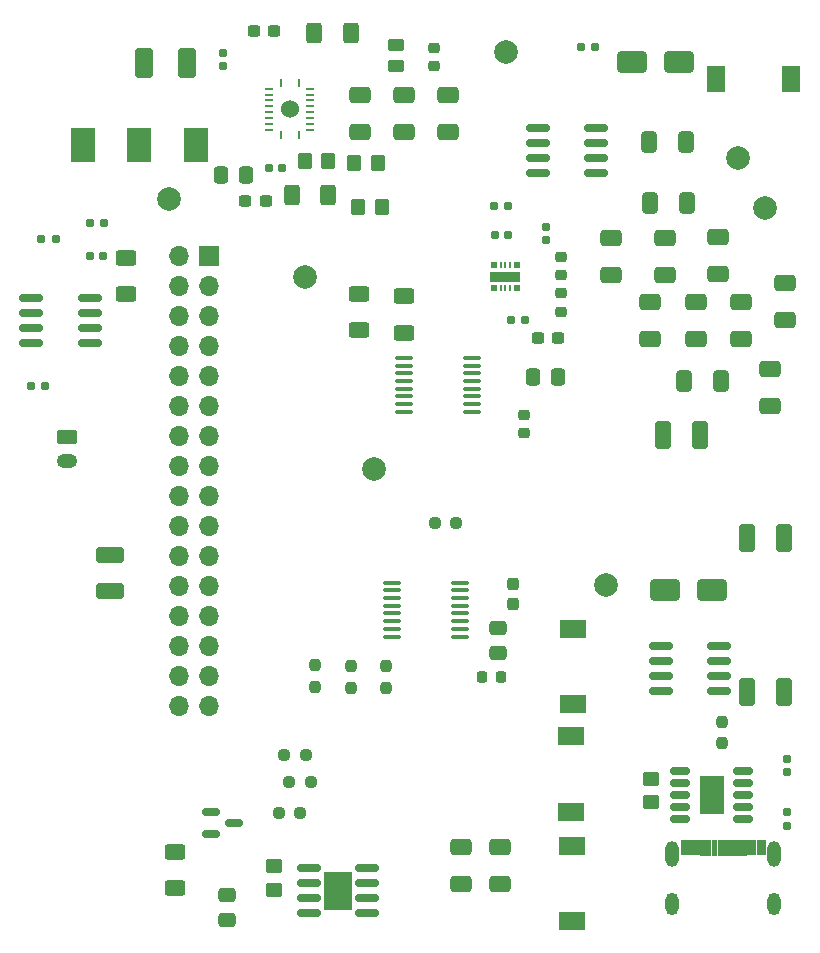
<source format=gbr>
%TF.GenerationSoftware,KiCad,Pcbnew,9.0.0*%
%TF.CreationDate,2025-05-16T05:55:15+02:00*%
%TF.ProjectId,EEE3088F Micromouse Design,45454533-3038-4384-9620-4d6963726f6d,rev?*%
%TF.SameCoordinates,Original*%
%TF.FileFunction,Soldermask,Top*%
%TF.FilePolarity,Negative*%
%FSLAX46Y46*%
G04 Gerber Fmt 4.6, Leading zero omitted, Abs format (unit mm)*
G04 Created by KiCad (PCBNEW 9.0.0) date 2025-05-16 05:55:15*
%MOMM*%
%LPD*%
G01*
G04 APERTURE LIST*
G04 Aperture macros list*
%AMRoundRect*
0 Rectangle with rounded corners*
0 $1 Rounding radius*
0 $2 $3 $4 $5 $6 $7 $8 $9 X,Y pos of 4 corners*
0 Add a 4 corners polygon primitive as box body*
4,1,4,$2,$3,$4,$5,$6,$7,$8,$9,$2,$3,0*
0 Add four circle primitives for the rounded corners*
1,1,$1+$1,$2,$3*
1,1,$1+$1,$4,$5*
1,1,$1+$1,$6,$7*
1,1,$1+$1,$8,$9*
0 Add four rect primitives between the rounded corners*
20,1,$1+$1,$2,$3,$4,$5,0*
20,1,$1+$1,$4,$5,$6,$7,0*
20,1,$1+$1,$6,$7,$8,$9,0*
20,1,$1+$1,$8,$9,$2,$3,0*%
G04 Aperture macros list end*
%ADD10C,0.010000*%
%ADD11RoundRect,0.250000X0.475000X-0.337500X0.475000X0.337500X-0.475000X0.337500X-0.475000X-0.337500X0*%
%ADD12RoundRect,0.237500X0.237500X-0.250000X0.237500X0.250000X-0.237500X0.250000X-0.237500X-0.250000X0*%
%ADD13RoundRect,0.250000X-0.625000X0.400000X-0.625000X-0.400000X0.625000X-0.400000X0.625000X0.400000X0*%
%ADD14RoundRect,0.250000X-0.350000X-0.450000X0.350000X-0.450000X0.350000X0.450000X-0.350000X0.450000X0*%
%ADD15RoundRect,0.250000X0.650000X-0.412500X0.650000X0.412500X-0.650000X0.412500X-0.650000X-0.412500X0*%
%ADD16RoundRect,0.225000X0.250000X-0.225000X0.250000X0.225000X-0.250000X0.225000X-0.250000X-0.225000X0*%
%ADD17RoundRect,0.250000X-0.475000X0.337500X-0.475000X-0.337500X0.475000X-0.337500X0.475000X0.337500X0*%
%ADD18RoundRect,0.250000X-0.650000X0.412500X-0.650000X-0.412500X0.650000X-0.412500X0.650000X0.412500X0*%
%ADD19R,2.200000X1.500000*%
%ADD20RoundRect,0.160000X-0.197500X-0.160000X0.197500X-0.160000X0.197500X0.160000X-0.197500X0.160000X0*%
%ADD21RoundRect,0.100000X-0.637500X-0.100000X0.637500X-0.100000X0.637500X0.100000X-0.637500X0.100000X0*%
%ADD22RoundRect,0.250000X-0.625000X0.350000X-0.625000X-0.350000X0.625000X-0.350000X0.625000X0.350000X0*%
%ADD23O,1.750000X1.200000*%
%ADD24RoundRect,0.237500X0.300000X0.237500X-0.300000X0.237500X-0.300000X-0.237500X0.300000X-0.237500X0*%
%ADD25C,2.000000*%
%ADD26RoundRect,0.250000X0.625000X-0.400000X0.625000X0.400000X-0.625000X0.400000X-0.625000X-0.400000X0*%
%ADD27RoundRect,0.155000X-0.212500X-0.155000X0.212500X-0.155000X0.212500X0.155000X-0.212500X0.155000X0*%
%ADD28R,0.600000X0.600000*%
%ADD29R,0.190000X0.600000*%
%ADD30R,2.550000X0.950000*%
%ADD31R,1.500000X2.200000*%
%ADD32RoundRect,0.225000X-0.250000X0.225000X-0.250000X-0.225000X0.250000X-0.225000X0.250000X0.225000X0*%
%ADD33RoundRect,0.250000X-0.450000X0.350000X-0.450000X-0.350000X0.450000X-0.350000X0.450000X0.350000X0*%
%ADD34RoundRect,0.150000X-0.825000X-0.150000X0.825000X-0.150000X0.825000X0.150000X-0.825000X0.150000X0*%
%ADD35RoundRect,0.250000X0.412500X0.925000X-0.412500X0.925000X-0.412500X-0.925000X0.412500X-0.925000X0*%
%ADD36RoundRect,0.250000X1.000000X0.650000X-1.000000X0.650000X-1.000000X-0.650000X1.000000X-0.650000X0*%
%ADD37RoundRect,0.250000X-1.000000X-0.650000X1.000000X-0.650000X1.000000X0.650000X-1.000000X0.650000X0*%
%ADD38RoundRect,0.225000X0.225000X0.250000X-0.225000X0.250000X-0.225000X-0.250000X0.225000X-0.250000X0*%
%ADD39RoundRect,0.250000X-0.412500X-0.650000X0.412500X-0.650000X0.412500X0.650000X-0.412500X0.650000X0*%
%ADD40RoundRect,0.250000X0.450000X-0.262500X0.450000X0.262500X-0.450000X0.262500X-0.450000X-0.262500X0*%
%ADD41RoundRect,0.250001X-0.499999X-0.999999X0.499999X-0.999999X0.499999X0.999999X-0.499999X0.999999X0*%
%ADD42RoundRect,0.160000X0.160000X-0.197500X0.160000X0.197500X-0.160000X0.197500X-0.160000X-0.197500X0*%
%ADD43RoundRect,0.250000X-0.412500X-0.925000X0.412500X-0.925000X0.412500X0.925000X-0.412500X0.925000X0*%
%ADD44RoundRect,0.250000X0.337500X0.475000X-0.337500X0.475000X-0.337500X-0.475000X0.337500X-0.475000X0*%
%ADD45RoundRect,0.237500X-0.237500X0.250000X-0.237500X-0.250000X0.237500X-0.250000X0.237500X0.250000X0*%
%ADD46RoundRect,0.250000X0.400000X0.625000X-0.400000X0.625000X-0.400000X-0.625000X0.400000X-0.625000X0*%
%ADD47R,0.244000X0.700000*%
%ADD48R,0.700000X0.244000*%
%ADD49C,1.524000*%
%ADD50RoundRect,0.150000X-0.587500X-0.150000X0.587500X-0.150000X0.587500X0.150000X-0.587500X0.150000X0*%
%ADD51RoundRect,0.155000X0.212500X0.155000X-0.212500X0.155000X-0.212500X-0.155000X0.212500X-0.155000X0*%
%ADD52RoundRect,0.250000X-0.337500X-0.475000X0.337500X-0.475000X0.337500X0.475000X-0.337500X0.475000X0*%
%ADD53RoundRect,0.250000X0.350000X0.450000X-0.350000X0.450000X-0.350000X-0.450000X0.350000X-0.450000X0*%
%ADD54R,2.000000X3.000000*%
%ADD55RoundRect,0.237500X-0.250000X-0.237500X0.250000X-0.237500X0.250000X0.237500X-0.250000X0.237500X0*%
%ADD56RoundRect,0.237500X0.237500X-0.300000X0.237500X0.300000X-0.237500X0.300000X-0.237500X-0.300000X0*%
%ADD57R,2.410000X3.300000*%
%ADD58RoundRect,0.237500X0.250000X0.237500X-0.250000X0.237500X-0.250000X-0.237500X0.250000X-0.237500X0*%
%ADD59R,1.700000X1.700000*%
%ADD60O,1.700000X1.700000*%
%ADD61RoundRect,0.155000X0.155000X-0.212500X0.155000X0.212500X-0.155000X0.212500X-0.155000X-0.212500X0*%
%ADD62O,1.104000X2.204000*%
%ADD63O,1.104000X1.904000*%
%ADD64RoundRect,0.250000X-0.925000X0.412500X-0.925000X-0.412500X0.925000X-0.412500X0.925000X0.412500X0*%
%ADD65RoundRect,0.150000X0.687500X0.150000X-0.687500X0.150000X-0.687500X-0.150000X0.687500X-0.150000X0*%
%ADD66R,2.100000X3.300000*%
%ADD67RoundRect,0.155000X-0.155000X0.212500X-0.155000X-0.212500X0.155000X-0.212500X0.155000X0.212500X0*%
G04 APERTURE END LIST*
D10*
%TO.C,J3*%
X117456000Y-140794000D02*
X116756000Y-140794000D01*
X116756000Y-139604000D01*
X117456000Y-139604000D01*
X117456000Y-140794000D01*
G36*
X117456000Y-140794000D02*
G01*
X116756000Y-140794000D01*
X116756000Y-139604000D01*
X117456000Y-139604000D01*
X117456000Y-140794000D01*
G37*
X118256000Y-140794000D02*
X117556000Y-140794000D01*
X117556000Y-139604000D01*
X118256000Y-139604000D01*
X118256000Y-140794000D01*
G36*
X118256000Y-140794000D02*
G01*
X117556000Y-140794000D01*
X117556000Y-139604000D01*
X118256000Y-139604000D01*
X118256000Y-140794000D01*
G37*
X118756000Y-140844000D02*
X118356000Y-140844000D01*
X118356000Y-139604000D01*
X118756000Y-139604000D01*
X118756000Y-140844000D01*
G36*
X118756000Y-140844000D02*
G01*
X118356000Y-140844000D01*
X118356000Y-139604000D01*
X118756000Y-139604000D01*
X118756000Y-140844000D01*
G37*
X119256000Y-140844000D02*
X118856000Y-140844000D01*
X118856000Y-139604000D01*
X119256000Y-139604000D01*
X119256000Y-140844000D01*
G36*
X119256000Y-140844000D02*
G01*
X118856000Y-140844000D01*
X118856000Y-139604000D01*
X119256000Y-139604000D01*
X119256000Y-140844000D01*
G37*
X119756000Y-140844000D02*
X119356000Y-140844000D01*
X119356000Y-139604000D01*
X119756000Y-139604000D01*
X119756000Y-140844000D01*
G36*
X119756000Y-140844000D02*
G01*
X119356000Y-140844000D01*
X119356000Y-139604000D01*
X119756000Y-139604000D01*
X119756000Y-140844000D01*
G37*
X120256000Y-140844000D02*
X119856000Y-140844000D01*
X119856000Y-139604000D01*
X120256000Y-139604000D01*
X120256000Y-140844000D01*
G36*
X120256000Y-140844000D02*
G01*
X119856000Y-140844000D01*
X119856000Y-139604000D01*
X120256000Y-139604000D01*
X120256000Y-140844000D01*
G37*
X120756000Y-140844000D02*
X120356000Y-140844000D01*
X120356000Y-139604000D01*
X120756000Y-139604000D01*
X120756000Y-140844000D01*
G36*
X120756000Y-140844000D02*
G01*
X120356000Y-140844000D01*
X120356000Y-139604000D01*
X120756000Y-139604000D01*
X120756000Y-140844000D01*
G37*
X121256000Y-140844000D02*
X120856000Y-140844000D01*
X120856000Y-139604000D01*
X121256000Y-139604000D01*
X121256000Y-140844000D01*
G36*
X121256000Y-140844000D02*
G01*
X120856000Y-140844000D01*
X120856000Y-139604000D01*
X121256000Y-139604000D01*
X121256000Y-140844000D01*
G37*
X121756000Y-140844000D02*
X121356000Y-140844000D01*
X121356000Y-139604000D01*
X121756000Y-139604000D01*
X121756000Y-140844000D01*
G36*
X121756000Y-140844000D02*
G01*
X121356000Y-140844000D01*
X121356000Y-139604000D01*
X121756000Y-139604000D01*
X121756000Y-140844000D01*
G37*
X122256000Y-140844000D02*
X121856000Y-140844000D01*
X121856000Y-139604000D01*
X122256000Y-139604000D01*
X122256000Y-140844000D01*
G36*
X122256000Y-140844000D02*
G01*
X121856000Y-140844000D01*
X121856000Y-139604000D01*
X122256000Y-139604000D01*
X122256000Y-140844000D01*
G37*
X123056000Y-140794000D02*
X122356000Y-140794000D01*
X122356000Y-139604000D01*
X123056000Y-139604000D01*
X123056000Y-140794000D01*
G36*
X123056000Y-140794000D02*
G01*
X122356000Y-140794000D01*
X122356000Y-139604000D01*
X123056000Y-139604000D01*
X123056000Y-140794000D01*
G37*
X123856000Y-140794000D02*
X123156000Y-140794000D01*
X123156000Y-139604000D01*
X123856000Y-139604000D01*
X123856000Y-140794000D01*
G36*
X123856000Y-140794000D02*
G01*
X123156000Y-140794000D01*
X123156000Y-139604000D01*
X123856000Y-139604000D01*
X123856000Y-140794000D01*
G37*
%TD*%
D11*
%TO.C,C44*%
X78306000Y-146349000D03*
X78306000Y-144274000D03*
%TD*%
D12*
%TO.C,R18*%
X120206000Y-131386500D03*
X120206000Y-129561500D03*
%TD*%
D13*
%TO.C,R1*%
X69806000Y-90274000D03*
X69806000Y-93374000D03*
%TD*%
D14*
%TO.C,R4*%
X84906000Y-82074000D03*
X86906000Y-82074000D03*
%TD*%
D15*
%TO.C,C15*%
X101406000Y-143299000D03*
X101406000Y-140174000D03*
%TD*%
D16*
%TO.C,C19*%
X95806000Y-74049000D03*
X95806000Y-72499000D03*
%TD*%
D17*
%TO.C,C41*%
X101306000Y-121636500D03*
X101306000Y-123711500D03*
%TD*%
D18*
%TO.C,C22*%
X97006000Y-76474000D03*
X97006000Y-79599000D03*
%TD*%
D15*
%TO.C,C56*%
X124306000Y-102836500D03*
X124306000Y-99711500D03*
%TD*%
D19*
%TO.C,L3*%
X107606000Y-121674000D03*
X107606000Y-128074000D03*
%TD*%
D18*
%TO.C,C20*%
X89606000Y-76474000D03*
X89606000Y-79599000D03*
%TD*%
D14*
%TO.C,R8*%
X89406000Y-85974000D03*
X91406000Y-85974000D03*
%TD*%
D20*
%TO.C,R2*%
X62608500Y-88674000D03*
X63803500Y-88674000D03*
%TD*%
D21*
%TO.C,U11*%
X93306000Y-98774000D03*
X93306000Y-99424000D03*
X93306000Y-100074000D03*
X93306000Y-100724000D03*
X93306000Y-101374000D03*
X93306000Y-102024000D03*
X93306000Y-102674000D03*
X93306000Y-103324000D03*
X99031000Y-103324000D03*
X99031000Y-102674000D03*
X99031000Y-102024000D03*
X99031000Y-101374000D03*
X99031000Y-100724000D03*
X99031000Y-100074000D03*
X99031000Y-99424000D03*
X99031000Y-98774000D03*
%TD*%
D18*
%TO.C,C47*%
X115406000Y-88611500D03*
X115406000Y-91736500D03*
%TD*%
D22*
%TO.C,J2*%
X64816000Y-105464000D03*
D23*
X64816000Y-107464000D03*
%TD*%
D24*
%TO.C,C29*%
X106368500Y-97074000D03*
X104643500Y-97074000D03*
%TD*%
D25*
%TO.C,ind1*%
X84906000Y-91874000D03*
%TD*%
D26*
%TO.C,R27*%
X73906000Y-143674000D03*
X73906000Y-140574000D03*
%TD*%
D27*
%TO.C,C1*%
X108306000Y-72474000D03*
X109441000Y-72474000D03*
%TD*%
%TO.C,C34*%
X102401000Y-95574000D03*
X103536000Y-95574000D03*
%TD*%
D28*
%TO.C,U13*%
X100893500Y-92874000D03*
D29*
X101493500Y-92874000D03*
X101893500Y-92874000D03*
X102293500Y-92874000D03*
D28*
X102893500Y-92874000D03*
X102893500Y-90874000D03*
D29*
X102293500Y-90874000D03*
X101893500Y-90874000D03*
X101493500Y-90874000D03*
D28*
X100893500Y-90874000D03*
D30*
X101893500Y-91874000D03*
%TD*%
D31*
%TO.C,L6*%
X119706000Y-75174000D03*
X126106000Y-75174000D03*
%TD*%
D15*
%TO.C,C14*%
X98106000Y-143274000D03*
X98106000Y-140149000D03*
%TD*%
D32*
%TO.C,C35*%
X106568500Y-90199000D03*
X106568500Y-91749000D03*
%TD*%
D33*
%TO.C,R16*%
X114206000Y-134374000D03*
X114206000Y-136374000D03*
%TD*%
D34*
%TO.C,U14*%
X115031000Y-123174000D03*
X115031000Y-124444000D03*
X115031000Y-125714000D03*
X115031000Y-126984000D03*
X119981000Y-126984000D03*
X119981000Y-125714000D03*
X119981000Y-124444000D03*
X119981000Y-123174000D03*
%TD*%
D26*
%TO.C,R35*%
X93306000Y-96624000D03*
X93306000Y-93524000D03*
%TD*%
D35*
%TO.C,C50*%
X125443500Y-113979000D03*
X122368500Y-113979000D03*
%TD*%
D36*
%TO.C,D4*%
X116606000Y-73674000D03*
X112606000Y-73674000D03*
%TD*%
D37*
%TO.C,D3*%
X115406000Y-118379000D03*
X119406000Y-118379000D03*
%TD*%
D25*
%TO.C,ind2*%
X73406000Y-85274000D03*
%TD*%
D34*
%TO.C,U2*%
X104631000Y-79269000D03*
X104631000Y-80539000D03*
X104631000Y-81809000D03*
X104631000Y-83079000D03*
X109581000Y-83079000D03*
X109581000Y-81809000D03*
X109581000Y-80539000D03*
X109581000Y-79269000D03*
%TD*%
D38*
%TO.C,C30*%
X101481000Y-125774000D03*
X99931000Y-125774000D03*
%TD*%
D39*
%TO.C,C46*%
X114081000Y-80474000D03*
X117206000Y-80474000D03*
%TD*%
D40*
%TO.C,R6*%
X92606000Y-74086500D03*
X92606000Y-72261500D03*
%TD*%
D41*
%TO.C,L2*%
X71256000Y-73774000D03*
X74956000Y-73774000D03*
%TD*%
D27*
%TO.C,C27*%
X101001000Y-88374000D03*
X102136000Y-88374000D03*
%TD*%
D18*
%TO.C,C53*%
X121806000Y-94011500D03*
X121806000Y-97136500D03*
%TD*%
D42*
%TO.C,R15*%
X125706000Y-138371500D03*
X125706000Y-137176500D03*
%TD*%
D39*
%TO.C,C40*%
X114143500Y-85674000D03*
X117268500Y-85674000D03*
%TD*%
D18*
%TO.C,C42*%
X118006000Y-94011500D03*
X118006000Y-97136500D03*
%TD*%
D43*
%TO.C,C49*%
X115268500Y-105274000D03*
X118343500Y-105274000D03*
%TD*%
D44*
%TO.C,C45*%
X106343500Y-100374000D03*
X104268500Y-100374000D03*
%TD*%
D45*
%TO.C,R29*%
X91806000Y-124861500D03*
X91806000Y-126686500D03*
%TD*%
D24*
%TO.C,C18*%
X81606000Y-85474000D03*
X79881000Y-85474000D03*
%TD*%
D25*
%TO.C,Comp1*%
X101906000Y-72874000D03*
%TD*%
D27*
%TO.C,C17*%
X81871000Y-82674000D03*
X83006000Y-82674000D03*
%TD*%
D26*
%TO.C,R26*%
X89506000Y-96424000D03*
X89506000Y-93324000D03*
%TD*%
D20*
%TO.C,R9*%
X61706000Y-101174000D03*
X62901000Y-101174000D03*
%TD*%
D46*
%TO.C,R21*%
X86906000Y-84974000D03*
X83806000Y-84974000D03*
%TD*%
D27*
%TO.C,C51*%
X66706000Y-90174000D03*
X67841000Y-90174000D03*
%TD*%
D47*
%TO.C,U3*%
X82880500Y-75526500D03*
D48*
X81903500Y-75963500D03*
X81903500Y-76463500D03*
X81903500Y-76963500D03*
X81903500Y-77463500D03*
X81903500Y-77963500D03*
X81903500Y-78463500D03*
X81903500Y-78963500D03*
X81903500Y-79463500D03*
D47*
X82880500Y-79896500D03*
X84380500Y-79896500D03*
D48*
X85357500Y-79463500D03*
X85357500Y-78963500D03*
X85357500Y-78463500D03*
X85357500Y-77963500D03*
X85357500Y-77463500D03*
X85357500Y-76963500D03*
X85357500Y-76463500D03*
X85357500Y-75963500D03*
D47*
X84380500Y-75526500D03*
D49*
X83631000Y-77711500D03*
%TD*%
D19*
%TO.C,L5*%
X107506000Y-140074000D03*
X107506000Y-146474000D03*
%TD*%
D25*
%TO.C,TP17*%
X123906000Y-86074000D03*
%TD*%
D18*
%TO.C,C38*%
X119906000Y-88511500D03*
X119906000Y-91636500D03*
%TD*%
D50*
%TO.C,Q2*%
X77006000Y-137174000D03*
X77006000Y-139074000D03*
X78881000Y-138124000D03*
%TD*%
D24*
%TO.C,C52*%
X82331000Y-71074000D03*
X80606000Y-71074000D03*
%TD*%
D51*
%TO.C,C32*%
X102103500Y-85874000D03*
X100968500Y-85874000D03*
%TD*%
D52*
%TO.C,C39*%
X77831000Y-83274000D03*
X79906000Y-83274000D03*
%TD*%
D18*
%TO.C,C37*%
X110806000Y-88611500D03*
X110806000Y-91736500D03*
%TD*%
D53*
%TO.C,R7*%
X91106000Y-82274000D03*
X89106000Y-82274000D03*
%TD*%
D54*
%TO.C,SW1*%
X66106000Y-80774000D03*
X70906000Y-80774000D03*
X75706000Y-80774000D03*
%TD*%
D34*
%TO.C,U1*%
X61731000Y-93669000D03*
X61731000Y-94939000D03*
X61731000Y-96209000D03*
X61731000Y-97479000D03*
X66681000Y-97479000D03*
X66681000Y-96209000D03*
X66681000Y-94939000D03*
X66681000Y-93669000D03*
%TD*%
D20*
%TO.C,R3*%
X66708500Y-87374000D03*
X67903500Y-87374000D03*
%TD*%
D55*
%TO.C,R34*%
X83181000Y-132374000D03*
X85006000Y-132374000D03*
%TD*%
D16*
%TO.C,C36*%
X106568500Y-94849000D03*
X106568500Y-93299000D03*
%TD*%
D56*
%TO.C,C31*%
X102506000Y-119636500D03*
X102506000Y-117911500D03*
%TD*%
D18*
%TO.C,C43*%
X114106000Y-94011500D03*
X114106000Y-97136500D03*
%TD*%
D45*
%TO.C,R30*%
X88806000Y-124861500D03*
X88806000Y-126686500D03*
%TD*%
D34*
%TO.C,U15*%
X85231000Y-141969000D03*
X85231000Y-143239000D03*
X85231000Y-144509000D03*
X85231000Y-145779000D03*
X90181000Y-145779000D03*
X90181000Y-144509000D03*
X90181000Y-143239000D03*
X90181000Y-141969000D03*
D57*
X87706000Y-143874000D03*
%TD*%
D58*
%TO.C,R19*%
X85431000Y-134674000D03*
X83606000Y-134674000D03*
%TD*%
D19*
%TO.C,L4*%
X107406000Y-130774000D03*
X107406000Y-137174000D03*
%TD*%
D35*
%TO.C,C26*%
X125443500Y-127029000D03*
X122368500Y-127029000D03*
%TD*%
D25*
%TO.C,HV1*%
X110406000Y-117974000D03*
%TD*%
D18*
%TO.C,C54*%
X125606000Y-92411500D03*
X125606000Y-95536500D03*
%TD*%
D39*
%TO.C,C55*%
X117043500Y-100674000D03*
X120168500Y-100674000D03*
%TD*%
D59*
%TO.C,J1*%
X76836000Y-90144000D03*
D60*
X74296000Y-90144000D03*
X76836000Y-92684000D03*
X74296000Y-92684000D03*
X76836000Y-95224000D03*
X74296000Y-95224000D03*
X76836000Y-97764000D03*
X74296000Y-97764000D03*
X76836000Y-100304000D03*
X74296000Y-100304000D03*
X76836000Y-102844000D03*
X74296000Y-102844000D03*
X76836000Y-105384000D03*
X74296000Y-105384000D03*
X76836000Y-107924000D03*
X74296000Y-107924000D03*
X76836000Y-110464000D03*
X74296000Y-110464000D03*
X76836000Y-113004000D03*
X74296000Y-113004000D03*
X76836000Y-115544000D03*
X74296000Y-115544000D03*
X76836000Y-118084000D03*
X74296000Y-118084000D03*
X76836000Y-120624000D03*
X74296000Y-120624000D03*
X76836000Y-123164000D03*
X74296000Y-123164000D03*
X76836000Y-125704000D03*
X74296000Y-125704000D03*
X76836000Y-128244000D03*
X74296000Y-128244000D03*
%TD*%
D61*
%TO.C,C24*%
X125706000Y-133841500D03*
X125706000Y-132706500D03*
%TD*%
D58*
%TO.C,R33*%
X84531000Y-137261500D03*
X82706000Y-137261500D03*
%TD*%
D55*
%TO.C,R31*%
X95906000Y-112774000D03*
X97731000Y-112774000D03*
%TD*%
D21*
%TO.C,U12*%
X92331000Y-117799000D03*
X92331000Y-118449000D03*
X92331000Y-119099000D03*
X92331000Y-119749000D03*
X92331000Y-120399000D03*
X92331000Y-121049000D03*
X92331000Y-121699000D03*
X92331000Y-122349000D03*
X98056000Y-122349000D03*
X98056000Y-121699000D03*
X98056000Y-121049000D03*
X98056000Y-120399000D03*
X98056000Y-119749000D03*
X98056000Y-119099000D03*
X98056000Y-118449000D03*
X98056000Y-117799000D03*
%TD*%
D25*
%TO.C,3v3Reg1*%
X121606000Y-81874000D03*
%TD*%
D32*
%TO.C,C28*%
X103506000Y-103599000D03*
X103506000Y-105149000D03*
%TD*%
D33*
%TO.C,R28*%
X82306000Y-141774000D03*
X82306000Y-143774000D03*
%TD*%
D62*
%TO.C,J3*%
X115981000Y-140804000D03*
X124631000Y-140804000D03*
D63*
X115981000Y-144974000D03*
X124631000Y-144974000D03*
%TD*%
D64*
%TO.C,C48*%
X68406000Y-115436500D03*
X68406000Y-118511500D03*
%TD*%
D61*
%TO.C,C33*%
X105368500Y-88809000D03*
X105368500Y-87674000D03*
%TD*%
D45*
%TO.C,R32*%
X85806000Y-124761500D03*
X85806000Y-126586500D03*
%TD*%
D18*
%TO.C,C21*%
X93306000Y-76474000D03*
X93306000Y-79599000D03*
%TD*%
D65*
%TO.C,U9*%
X121981000Y-137774000D03*
X121981000Y-136774000D03*
X121981000Y-135774000D03*
X121981000Y-134774000D03*
X121981000Y-133774000D03*
X116706000Y-133774000D03*
X116706000Y-134774000D03*
X116706000Y-135774000D03*
X116706000Y-136774000D03*
X116706000Y-137774000D03*
D66*
X119343500Y-135774000D03*
%TD*%
D67*
%TO.C,C16*%
X78006000Y-72906500D03*
X78006000Y-74041500D03*
%TD*%
D46*
%TO.C,R5*%
X88806000Y-71274000D03*
X85706000Y-71274000D03*
%TD*%
D25*
%TO.C,VBat1*%
X90806000Y-108174000D03*
%TD*%
M02*

</source>
